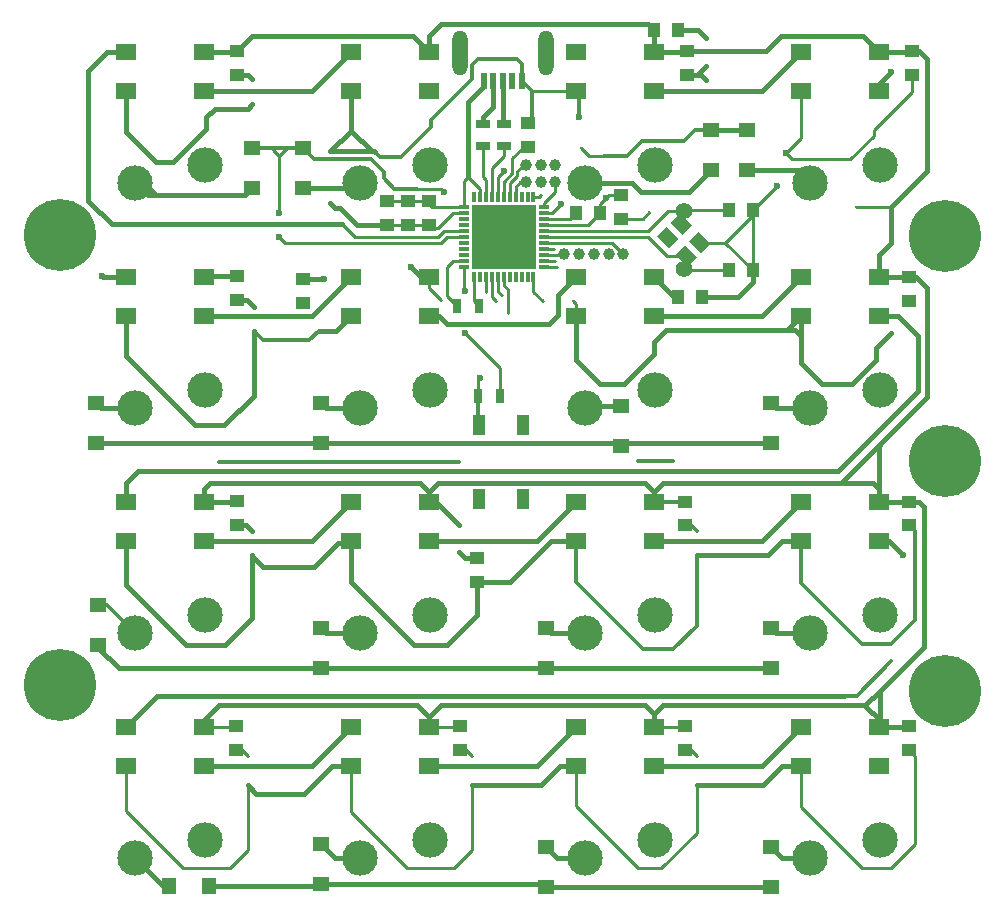
<source format=gbr>
G04 #@! TF.FileFunction,Copper,L2,Bot,Signal*
%FSLAX46Y46*%
G04 Gerber Fmt 4.6, Leading zero omitted, Abs format (unit mm)*
G04 Created by KiCad (PCBNEW 4.0.5) date 02/28/17 13:31:52*
%MOMM*%
%LPD*%
G01*
G04 APERTURE LIST*
%ADD10C,0.100000*%
%ADD11C,1.000000*%
%ADD12C,1.400000*%
%ADD13R,1.400000X1.200000*%
%ADD14R,1.200000X1.400000*%
%ADD15R,1.000000X1.250000*%
%ADD16R,1.250000X1.000000*%
%ADD17R,0.500000X1.400000*%
%ADD18O,1.300000X3.800000*%
%ADD19O,3.000000X3.000000*%
%ADD20R,0.700000X1.300000*%
%ADD21R,1.300000X0.700000*%
%ADD22R,1.000000X1.700000*%
%ADD23R,1.800000X1.400000*%
%ADD24R,0.300000X0.950000*%
%ADD25R,0.950000X0.300000*%
%ADD26R,5.400000X5.400000*%
%ADD27C,6.100000*%
%ADD28C,0.600000*%
%ADD29C,0.300000*%
%ADD30C,0.210000*%
%ADD31C,0.250000*%
%ADD32C,0.300000*%
%ADD33C,0.400000*%
G04 APERTURE END LIST*
D10*
D11*
X83393750Y-54093750D03*
X84643750Y-54093750D03*
X85893750Y-54093750D03*
X82143750Y-54093750D03*
X80893750Y-54093750D03*
D12*
X91025750Y-50475750D03*
X91025750Y-55375750D03*
D13*
X54449750Y-48529750D03*
X54449750Y-45129750D03*
X41241750Y-66719750D03*
X41241750Y-70119750D03*
X41443750Y-83793750D03*
X41443750Y-87193750D03*
D14*
X47393750Y-107593750D03*
X50793750Y-107593750D03*
D13*
X58767750Y-48529750D03*
X58767750Y-45129750D03*
X60291750Y-66719750D03*
X60291750Y-70119750D03*
X60291750Y-85769750D03*
X60291750Y-89169750D03*
X60291750Y-104057750D03*
X60291750Y-107457750D03*
X93311750Y-47005750D03*
X93311750Y-43605750D03*
X85691750Y-66973750D03*
X85691750Y-70373750D03*
X79341750Y-85769750D03*
X79341750Y-89169750D03*
X79341750Y-104311750D03*
X79341750Y-107711750D03*
X96359750Y-47005750D03*
X96359750Y-43605750D03*
X98391750Y-66719750D03*
X98391750Y-70119750D03*
X98391750Y-85769750D03*
X98391750Y-89169750D03*
X98391750Y-104311750D03*
X98391750Y-107711750D03*
D15*
X94851750Y-50385750D03*
X96851750Y-50385750D03*
X94851750Y-55465750D03*
X96851750Y-55465750D03*
D16*
X69435750Y-49639750D03*
X69435750Y-51639750D03*
D15*
X81897750Y-50639750D03*
X83897750Y-50639750D03*
D16*
X67657750Y-49639750D03*
X67657750Y-51639750D03*
X65879750Y-49639750D03*
X65879750Y-51639750D03*
X85691750Y-51131750D03*
X85691750Y-49131750D03*
X53179750Y-38939750D03*
X53179750Y-36939750D03*
D15*
X90501750Y-35145750D03*
X88501750Y-35145750D03*
D16*
X91279750Y-38939750D03*
X91279750Y-36939750D03*
X110329750Y-38939750D03*
X110329750Y-36939750D03*
X53179750Y-57989750D03*
X53179750Y-55989750D03*
X58767750Y-58243750D03*
X58767750Y-56243750D03*
D15*
X92533750Y-57751750D03*
X90533750Y-57751750D03*
D16*
X110093750Y-58093750D03*
X110093750Y-56093750D03*
X53179750Y-77039750D03*
X53179750Y-75039750D03*
X73499750Y-81865750D03*
X73499750Y-79865750D03*
X91093750Y-77093750D03*
X91093750Y-75093750D03*
X110093750Y-77093750D03*
X110093750Y-75093750D03*
X53093750Y-94093750D03*
X53093750Y-96093750D03*
X72093750Y-94093750D03*
X72093750Y-96093750D03*
X91093750Y-94093750D03*
X91093750Y-96093750D03*
X110093750Y-94093750D03*
X110093750Y-96093750D03*
X77817750Y-45035750D03*
X77817750Y-43035750D03*
D17*
X74093750Y-39453750D03*
X74893750Y-39453750D03*
X75693750Y-39453750D03*
X76493750Y-39453750D03*
X77293750Y-39453750D03*
D18*
X72043750Y-37053750D03*
X79343750Y-37053750D03*
D19*
X50488750Y-46543750D03*
X44563750Y-48063750D03*
X50488750Y-65593750D03*
X44563750Y-67113750D03*
X50488750Y-84643750D03*
X44563750Y-86163750D03*
X50488750Y-103693750D03*
X44563750Y-105213750D03*
X69538750Y-46543750D03*
X63613750Y-48063750D03*
X69538750Y-65593750D03*
X63613750Y-67113750D03*
X69538750Y-84643750D03*
X63613750Y-86163750D03*
X69538750Y-103693750D03*
X63613750Y-105213750D03*
X88588750Y-46543750D03*
X82663750Y-48063750D03*
X88588750Y-65593750D03*
X82663750Y-67113750D03*
X88588750Y-84643750D03*
X82663750Y-86163750D03*
X88588750Y-103693750D03*
X82663750Y-105213750D03*
X107638750Y-46543750D03*
X101713750Y-48063750D03*
X107638750Y-65593750D03*
X101713750Y-67113750D03*
X107638750Y-84643750D03*
X101713750Y-86163750D03*
X107638750Y-103693750D03*
X101713750Y-105213750D03*
D20*
X73565750Y-66133750D03*
X75465750Y-66133750D03*
X71787750Y-58513750D03*
X73687750Y-58513750D03*
D21*
X74007750Y-44985750D03*
X74007750Y-43085750D03*
X75785750Y-44985750D03*
X75785750Y-43085750D03*
D22*
X77431750Y-74871750D03*
X77431750Y-68571750D03*
X73631750Y-74871750D03*
X73631750Y-68571750D03*
D23*
X107533750Y-94125000D03*
X107533750Y-97425000D03*
X100933750Y-97425000D03*
X100933750Y-94125000D03*
X88483750Y-94125000D03*
X88483750Y-97425000D03*
X81883750Y-97425000D03*
X81883750Y-94125000D03*
X69433750Y-94125000D03*
X69433750Y-97425000D03*
X62833750Y-97425000D03*
X62833750Y-94125000D03*
X50383750Y-94125000D03*
X50383750Y-97425000D03*
X43783750Y-97425000D03*
X43783750Y-94125000D03*
X107533750Y-75080000D03*
X107533750Y-78380000D03*
X100933750Y-78380000D03*
X100933750Y-75080000D03*
X88483750Y-75080000D03*
X88483750Y-78380000D03*
X81883750Y-78380000D03*
X81883750Y-75080000D03*
X69433750Y-75080000D03*
X69433750Y-78380000D03*
X62833750Y-78380000D03*
X62833750Y-75080000D03*
X50383750Y-75080000D03*
X50383750Y-78380000D03*
X43783750Y-78380000D03*
X43783750Y-75080000D03*
X107533750Y-56040000D03*
X107533750Y-59340000D03*
X100933750Y-59340000D03*
X100933750Y-56040000D03*
X88483750Y-56040000D03*
X88483750Y-59340000D03*
X81883750Y-59340000D03*
X81883750Y-56040000D03*
X69433750Y-56040000D03*
X69433750Y-59340000D03*
X62833750Y-59340000D03*
X62833750Y-56040000D03*
X50383750Y-56040000D03*
X50383750Y-59340000D03*
X43783750Y-59340000D03*
X43783750Y-56040000D03*
X107533750Y-36980000D03*
X107533750Y-40280000D03*
X100933750Y-40280000D03*
X100933750Y-36980000D03*
X88483750Y-36980000D03*
X88483750Y-40280000D03*
X81883750Y-40280000D03*
X81883750Y-36980000D03*
X69433750Y-36980000D03*
X69433750Y-40280000D03*
X62833750Y-40280000D03*
X62833750Y-36980000D03*
X50383750Y-36980000D03*
X50383750Y-40280000D03*
X43783750Y-40280000D03*
X43783750Y-36980000D03*
D24*
X73285750Y-49271750D03*
X73785750Y-49271750D03*
X74285750Y-49271750D03*
X74785750Y-49271750D03*
X75285750Y-49271750D03*
X75785750Y-49271750D03*
X76285750Y-49271750D03*
X76785750Y-49271750D03*
X77285750Y-49271750D03*
X77785750Y-49271750D03*
X78285750Y-49271750D03*
D25*
X79185750Y-50171750D03*
X79185750Y-50671750D03*
X79185750Y-51171750D03*
X79185750Y-51671750D03*
X79185750Y-52171750D03*
X79185750Y-52671750D03*
X79185750Y-53171750D03*
X79185750Y-53671750D03*
X79185750Y-54171750D03*
X79185750Y-54671750D03*
X79185750Y-55171750D03*
D24*
X78285750Y-56071750D03*
X77785750Y-56071750D03*
X77285750Y-56071750D03*
X76785750Y-56071750D03*
X76285750Y-56071750D03*
X75785750Y-56071750D03*
X75285750Y-56071750D03*
X74785750Y-56071750D03*
X74285750Y-56071750D03*
X73785750Y-56071750D03*
X73285750Y-56071750D03*
D25*
X72385750Y-55171750D03*
X72385750Y-54671750D03*
X72385750Y-54171750D03*
X72385750Y-53671750D03*
X72385750Y-53171750D03*
X72385750Y-52671750D03*
X72385750Y-52171750D03*
X72385750Y-51671750D03*
X72385750Y-51171750D03*
X72385750Y-50671750D03*
X72385750Y-50171750D03*
D26*
X75785750Y-52671750D03*
D10*
G36*
X89912057Y-51493859D02*
X90725230Y-50680686D01*
X91715179Y-51670635D01*
X90902006Y-52483808D01*
X89912057Y-51493859D01*
X89912057Y-51493859D01*
G37*
G36*
X90336321Y-54180865D02*
X91149494Y-53367692D01*
X92139443Y-54357641D01*
X91326270Y-55170814D01*
X90336321Y-54180865D01*
X90336321Y-54180865D01*
G37*
G36*
X91467692Y-53049494D02*
X92280865Y-52236321D01*
X93270814Y-53226270D01*
X92457641Y-54039443D01*
X91467692Y-53049494D01*
X91467692Y-53049494D01*
G37*
G36*
X88780686Y-52625230D02*
X89593859Y-51812057D01*
X90583808Y-52802006D01*
X89770635Y-53615179D01*
X88780686Y-52625230D01*
X88780686Y-52625230D01*
G37*
D11*
X77643750Y-48043750D03*
X77643750Y-46543750D03*
X78893750Y-48043750D03*
X78893750Y-46543750D03*
X80143750Y-48043750D03*
X80143750Y-46543750D03*
D27*
X38193750Y-52481250D03*
X38193750Y-90581250D03*
X113093750Y-71593750D03*
X113093750Y-52593750D03*
X113093750Y-91093750D03*
D28*
X82135750Y-42511750D03*
D29*
X108551750Y-60799750D03*
X107093750Y-44093750D03*
X61093750Y-45393750D03*
X61093750Y-49793750D03*
X54493750Y-41393750D03*
X54493750Y-39293750D03*
X92893750Y-39393750D03*
X92893750Y-38193750D03*
X92893750Y-35793750D03*
X81593750Y-58093750D03*
X79093750Y-58093750D03*
X54593750Y-58593750D03*
X54593750Y-60593750D03*
X54449750Y-77563750D03*
X54449750Y-79595750D03*
X92549750Y-57751750D03*
X91279750Y-60545750D03*
D28*
X58767750Y-58243750D03*
X62577750Y-59275750D03*
D29*
X92093750Y-77593750D03*
X92093750Y-79593750D03*
X54093750Y-96593750D03*
X54093750Y-99093750D03*
X73093750Y-96593750D03*
X73093750Y-99093750D03*
X92093750Y-96593750D03*
X92093750Y-99093750D03*
D28*
X84421750Y-49369750D03*
X75785750Y-47083750D03*
X98899750Y-48353750D03*
X99661750Y-45559750D03*
D29*
X88593750Y-55593750D03*
X71975750Y-77055750D03*
X71975750Y-79341750D03*
X70451750Y-58005750D03*
D28*
X67911750Y-55211750D03*
X60545750Y-56227750D03*
D29*
X105593750Y-50093750D03*
X88093750Y-50593750D03*
D28*
X72483750Y-57243750D03*
X72483750Y-60799750D03*
D30*
X82293750Y-45093750D03*
D28*
X56735750Y-50639750D03*
X56735750Y-52671750D03*
X70705750Y-48861750D03*
D29*
X51655750Y-71721750D03*
X71975750Y-71721750D03*
X75093750Y-58093750D03*
X74293750Y-57293750D03*
X76093750Y-59093750D03*
X90093750Y-71593750D03*
X87093750Y-71593750D03*
X75593750Y-57593750D03*
D28*
X69433750Y-40280000D03*
X81627750Y-36923750D03*
X108551750Y-38701750D03*
X41749750Y-55973750D03*
D29*
X108593750Y-88593750D03*
D28*
X109567750Y-79595750D03*
X80611750Y-49877750D03*
X73753750Y-64609750D03*
D30*
X77285750Y-49271750D03*
X78793750Y-46593750D03*
X77785750Y-49271750D03*
X78893750Y-47993750D03*
X80093750Y-46593750D03*
X78893750Y-49093750D03*
X83393750Y-54293750D03*
X80293750Y-55193750D03*
X84593750Y-54093750D03*
X79993750Y-53693750D03*
X82093750Y-54093750D03*
X80093750Y-54693750D03*
D31*
X94851750Y-50385750D02*
X91115750Y-50385750D01*
X91115750Y-50385750D02*
X91025750Y-50475750D01*
X79185750Y-52171750D02*
X87969750Y-52171750D01*
X87969750Y-52171750D02*
X89665750Y-50475750D01*
X91025750Y-50475750D02*
X89665750Y-50475750D01*
X90813618Y-51582247D02*
X90813618Y-50687882D01*
X90813618Y-50687882D02*
X91025750Y-50475750D01*
D32*
X78120000Y-40280000D02*
X78120000Y-42733500D01*
X78120000Y-42733500D02*
X77817750Y-43035750D01*
X82135750Y-42511750D02*
X82135750Y-40532000D01*
X82135750Y-40532000D02*
X81883750Y-40280000D01*
D33*
X64693750Y-45393750D02*
X64573750Y-45393750D01*
X64573750Y-45393750D02*
X62833750Y-43653750D01*
X61093750Y-45393750D02*
X64693750Y-45393750D01*
X64693750Y-45393750D02*
X64793750Y-45393750D01*
X64793750Y-45393750D02*
X64893750Y-45493750D01*
D32*
X71593750Y-40793750D02*
X71793750Y-40593750D01*
X71193750Y-41193750D02*
X71593750Y-40793750D01*
X69593750Y-42793750D02*
X71193750Y-41193750D01*
X69593750Y-43393750D02*
X69593750Y-42793750D01*
X67093750Y-45893750D02*
X69593750Y-43393750D01*
X65293750Y-45893750D02*
X67093750Y-45893750D01*
X64893750Y-45493750D02*
X65293750Y-45893750D01*
D33*
X61093750Y-45393750D02*
X62833750Y-43653750D01*
X60343750Y-79943750D02*
X61693750Y-78593750D01*
X61693750Y-78593750D02*
X62620000Y-78593750D01*
X62620000Y-78593750D02*
X62833750Y-78380000D01*
X54449750Y-79595750D02*
X54449750Y-79649750D01*
X59693750Y-80593750D02*
X60343750Y-79943750D01*
X60343750Y-79943750D02*
X60691750Y-79595750D01*
X55393750Y-80593750D02*
X59693750Y-80593750D01*
X54449750Y-79649750D02*
X55393750Y-80593750D01*
X54093750Y-99093750D02*
X54793750Y-99793750D01*
X59893750Y-98793750D02*
X59893750Y-98789750D01*
X58893750Y-99793750D02*
X59893750Y-98793750D01*
X54793750Y-99793750D02*
X58893750Y-99793750D01*
D32*
X77293750Y-39453750D02*
X77293750Y-37993750D01*
X73093750Y-39293750D02*
X71793750Y-40593750D01*
X73093750Y-38093750D02*
X73093750Y-39293750D01*
X73593750Y-37593750D02*
X73093750Y-38093750D01*
X76893750Y-37593750D02*
X73593750Y-37593750D01*
X77293750Y-37993750D02*
X76893750Y-37593750D01*
X54593750Y-60593750D02*
X55393750Y-61393750D01*
X59293750Y-61393750D02*
X60093750Y-60593750D01*
X55393750Y-61393750D02*
X59293750Y-61393750D01*
D33*
X100933750Y-61055750D02*
X100933750Y-63341750D01*
X102709750Y-65117750D02*
X100933750Y-63341750D01*
X105249750Y-65117750D02*
X102709750Y-65117750D01*
X107281750Y-63085750D02*
X105249750Y-65117750D01*
X107281750Y-62069750D02*
X107281750Y-63085750D01*
X108551750Y-60799750D02*
X107281750Y-62069750D01*
D32*
X71793750Y-40593750D02*
X72093750Y-40293750D01*
X72093750Y-37103750D02*
X72043750Y-37053750D01*
D33*
X77293750Y-39453750D02*
X77293750Y-39103750D01*
X65879750Y-51639750D02*
X63339750Y-51639750D01*
X62833750Y-43653750D02*
X62833750Y-40280000D01*
X61493750Y-50193750D02*
X61093750Y-49793750D01*
X61893750Y-50193750D02*
X61493750Y-50193750D01*
X63339750Y-51639750D02*
X61893750Y-50193750D01*
X43783750Y-40280000D02*
X43783750Y-43783750D01*
X54093750Y-41793750D02*
X54493750Y-41393750D01*
X51293750Y-41793750D02*
X54093750Y-41793750D01*
X50593750Y-42493750D02*
X51293750Y-41793750D01*
X50593750Y-43493750D02*
X50593750Y-42493750D01*
X47793750Y-46293750D02*
X50593750Y-43493750D01*
X46293750Y-46293750D02*
X47793750Y-46293750D01*
X43783750Y-43783750D02*
X46293750Y-46293750D01*
X53179750Y-38939750D02*
X54139750Y-38939750D01*
X54139750Y-38939750D02*
X54493750Y-39293750D01*
X62807500Y-40280000D02*
X62833750Y-40280000D01*
X91279750Y-38939750D02*
X92439750Y-38939750D01*
X92439750Y-38939750D02*
X92893750Y-39393750D01*
X90501750Y-35145750D02*
X92245750Y-35145750D01*
X92147750Y-38939750D02*
X91279750Y-38939750D01*
X92893750Y-38193750D02*
X92147750Y-38939750D01*
X92245750Y-35145750D02*
X92893750Y-35793750D01*
D31*
X78285750Y-56071750D02*
X78285750Y-57285750D01*
X81883750Y-58383750D02*
X81883750Y-59340000D01*
X81593750Y-58093750D02*
X81883750Y-58383750D01*
X78285750Y-57285750D02*
X79093750Y-58093750D01*
D33*
X60093750Y-60593750D02*
X61580000Y-60593750D01*
X61580000Y-60593750D02*
X62833750Y-59340000D01*
X43783750Y-59340000D02*
X43783750Y-62783750D01*
X53989750Y-57989750D02*
X53179750Y-57989750D01*
X54593750Y-58593750D02*
X53989750Y-57989750D01*
X54593750Y-66093750D02*
X54593750Y-60593750D01*
X52093750Y-68593750D02*
X54593750Y-66093750D01*
X49593750Y-68593750D02*
X52093750Y-68593750D01*
X43783750Y-62783750D02*
X49593750Y-68593750D01*
X100933750Y-78380000D02*
X99353500Y-78380000D01*
X99353500Y-78380000D02*
X98139750Y-79593750D01*
X62833750Y-78380000D02*
X62833750Y-81883750D01*
X73499750Y-84675750D02*
X73499750Y-81865750D01*
X70959750Y-87215750D02*
X73499750Y-84675750D01*
X68165750Y-87215750D02*
X70959750Y-87215750D01*
X62833750Y-81883750D02*
X68165750Y-87215750D01*
X73499750Y-81865750D02*
X76309750Y-81865750D01*
X76309750Y-81865750D02*
X79795500Y-78380000D01*
X79795500Y-78380000D02*
X81883750Y-78380000D01*
X43783750Y-78380000D02*
X43783750Y-82137750D01*
X43783750Y-82137750D02*
X48861750Y-87215750D01*
X48861750Y-87215750D02*
X52163750Y-87215750D01*
X52163750Y-87215750D02*
X54449750Y-84929750D01*
X54449750Y-84929750D02*
X54449750Y-79595750D01*
X53925750Y-77039750D02*
X53179750Y-77039750D01*
X54449750Y-77563750D02*
X53925750Y-77039750D01*
X61258500Y-97425000D02*
X62833750Y-97425000D01*
X59893750Y-98789750D02*
X61258500Y-97425000D01*
X73093750Y-99093750D02*
X78893750Y-99093750D01*
X80562500Y-97425000D02*
X81883750Y-97425000D01*
X78893750Y-99093750D02*
X80562500Y-97425000D01*
X92093750Y-99093750D02*
X97689750Y-99093750D01*
X99358500Y-97425000D02*
X100933750Y-97425000D01*
X97689750Y-99093750D02*
X99358500Y-97425000D01*
X92093750Y-79593750D02*
X98139750Y-79593750D01*
X99153750Y-60545750D02*
X100423750Y-60545750D01*
X100423750Y-60545750D02*
X100933750Y-61055750D01*
X100933750Y-59340000D02*
X100933750Y-61055750D01*
X91279750Y-60545750D02*
X99153750Y-60545750D01*
X99153750Y-60545750D02*
X99728000Y-60545750D01*
X99728000Y-60545750D02*
X100933750Y-59340000D01*
X81883750Y-59340000D02*
X81883750Y-63087750D01*
X92549750Y-57751750D02*
X92533750Y-57751750D01*
X89501750Y-60545750D02*
X91279750Y-60545750D01*
X88485750Y-61561750D02*
X89501750Y-60545750D01*
X88485750Y-62577750D02*
X88485750Y-61561750D01*
X85945750Y-65117750D02*
X88485750Y-62577750D01*
X83913750Y-65117750D02*
X85945750Y-65117750D01*
X81883750Y-63087750D02*
X83913750Y-65117750D01*
X92533750Y-57751750D02*
X95597750Y-57751750D01*
X96851750Y-56497750D02*
X96851750Y-55465750D01*
X95597750Y-57751750D02*
X96851750Y-56497750D01*
X62642000Y-59340000D02*
X62577750Y-59275750D01*
X62642000Y-59340000D02*
X62833750Y-59340000D01*
D32*
X81883750Y-78380000D02*
X81883750Y-81883750D01*
X92093750Y-77593750D02*
X91593750Y-77093750D01*
X92093750Y-85593750D02*
X92093750Y-79593750D01*
X90093750Y-87593750D02*
X92093750Y-85593750D01*
X87593750Y-87593750D02*
X90093750Y-87593750D01*
X81883750Y-81883750D02*
X87593750Y-87593750D01*
X91593750Y-77093750D02*
X91093750Y-77093750D01*
X100933750Y-78380000D02*
X100933750Y-80613750D01*
X100933750Y-80613750D02*
X100933750Y-81933750D01*
X110593750Y-85093750D02*
X110593750Y-77593750D01*
X108593750Y-87093750D02*
X110593750Y-85093750D01*
X106093750Y-87093750D02*
X108593750Y-87093750D01*
X100933750Y-81933750D02*
X106093750Y-87093750D01*
X110593750Y-77593750D02*
X110093750Y-77093750D01*
D31*
X43783750Y-97425000D02*
X43783750Y-101283750D01*
X54093750Y-96593750D02*
X53593750Y-96093750D01*
X54093750Y-104593750D02*
X54093750Y-99093750D01*
X52593750Y-106093750D02*
X54093750Y-104593750D01*
X48593750Y-106093750D02*
X52593750Y-106093750D01*
X43783750Y-101283750D02*
X48593750Y-106093750D01*
X53593750Y-96093750D02*
X53093750Y-96093750D01*
X62833750Y-97425000D02*
X62833750Y-101333750D01*
X62833750Y-101333750D02*
X67593750Y-106093750D01*
X67593750Y-106093750D02*
X71593750Y-106093750D01*
X71593750Y-106093750D02*
X73093750Y-104593750D01*
X73093750Y-104593750D02*
X73093750Y-99093750D01*
X73093750Y-96593750D02*
X72593750Y-96093750D01*
X72593750Y-96093750D02*
X72093750Y-96093750D01*
X81883750Y-97425000D02*
X81883750Y-100883750D01*
X81883750Y-100883750D02*
X87093750Y-106093750D01*
X87093750Y-106093750D02*
X89093750Y-106093750D01*
X89093750Y-106093750D02*
X92093750Y-103093750D01*
X92093750Y-103093750D02*
X92093750Y-99093750D01*
X92093750Y-96593750D02*
X91593750Y-96093750D01*
X91593750Y-96093750D02*
X91093750Y-96093750D01*
X100933750Y-97425000D02*
X100933750Y-100933750D01*
X100933750Y-100933750D02*
X106093750Y-106093750D01*
X106093750Y-106093750D02*
X108593750Y-106093750D01*
X108593750Y-106093750D02*
X110593750Y-104093750D01*
X110593750Y-104093750D02*
X110593750Y-96593750D01*
X110593750Y-96593750D02*
X110093750Y-96093750D01*
X110329750Y-38939750D02*
X110329750Y-40357750D01*
X110329750Y-40357750D02*
X107093750Y-43593750D01*
X107093750Y-43593750D02*
X107093750Y-44093750D01*
X100195750Y-46093750D02*
X99661750Y-45559750D01*
X107093750Y-44093750D02*
X105093750Y-46093750D01*
X105093750Y-46093750D02*
X100195750Y-46093750D01*
X85691750Y-49131750D02*
X84659750Y-49131750D01*
X84659750Y-49131750D02*
X84421750Y-49369750D01*
X65879750Y-51639750D02*
X67657750Y-51639750D01*
X67657750Y-51639750D02*
X69435750Y-51639750D01*
X83897750Y-49893750D02*
X83897750Y-50639750D01*
X84421750Y-49369750D02*
X83897750Y-49893750D01*
X79185750Y-51671750D02*
X82865750Y-51671750D01*
X82865750Y-51671750D02*
X83897750Y-50639750D01*
X69435750Y-51893750D02*
X70213750Y-51893750D01*
X71435750Y-50671750D02*
X72385750Y-50671750D01*
X70213750Y-51893750D02*
X71435750Y-50671750D01*
X75285750Y-47583750D02*
X75785750Y-47083750D01*
X75285750Y-49271750D02*
X75285750Y-47583750D01*
X77817750Y-39977750D02*
X77293750Y-39453750D01*
X72385750Y-54671750D02*
X71499750Y-54671750D01*
X70959750Y-57685750D02*
X71787750Y-58513750D01*
X70959750Y-55211750D02*
X70959750Y-57685750D01*
X71499750Y-54671750D02*
X70959750Y-55211750D01*
X81883750Y-40280000D02*
X78120000Y-40280000D01*
X78120000Y-40280000D02*
X77293750Y-39453750D01*
X100933750Y-40280000D02*
X100933750Y-44287750D01*
X98899750Y-48353750D02*
X96867750Y-50385750D01*
X100933750Y-44287750D02*
X99661750Y-45559750D01*
X96867750Y-50385750D02*
X96851750Y-50385750D01*
X96851750Y-50385750D02*
X96851750Y-55465750D01*
X92369253Y-53137882D02*
X94523882Y-53137882D01*
X94523882Y-53137882D02*
X96851750Y-50810014D01*
X96851750Y-50810014D02*
X96851750Y-50385750D01*
X94523882Y-53137882D02*
X96851750Y-55465750D01*
X94851750Y-55465750D02*
X91115750Y-55465750D01*
X91115750Y-55465750D02*
X91025750Y-55375750D01*
X91237882Y-54269253D02*
X89575253Y-54269253D01*
X87977750Y-52671750D02*
X79185750Y-52671750D01*
X89575253Y-54269253D02*
X87977750Y-52671750D01*
X91237882Y-54269253D02*
X91237882Y-55163618D01*
X91237882Y-55163618D02*
X91025750Y-55375750D01*
D33*
X106391750Y-92295750D02*
X106391750Y-92391750D01*
X106391750Y-92391750D02*
X107593750Y-93593750D01*
X107593750Y-93593750D02*
X107533750Y-94125000D01*
X107593750Y-91593750D02*
X107593750Y-94065000D01*
X107593750Y-94065000D02*
X107533750Y-94125000D01*
X106093750Y-92295750D02*
X106391750Y-92295750D01*
X106391750Y-92295750D02*
X107593750Y-91093750D01*
X111345750Y-86093750D02*
X111345750Y-87341750D01*
X111345750Y-87341750D02*
X107593750Y-91093750D01*
X107593750Y-91093750D02*
X107593750Y-91593750D01*
X107593750Y-91593750D02*
X107593750Y-92093750D01*
X107533750Y-75080000D02*
X107533750Y-70253750D01*
X107593750Y-70293750D02*
X107593750Y-70193750D01*
X107573750Y-70293750D02*
X107593750Y-70293750D01*
X107533750Y-70253750D02*
X107573750Y-70293750D01*
X103943750Y-73499750D02*
X104287750Y-73499750D01*
X104287750Y-73499750D02*
X107593750Y-70193750D01*
X107593750Y-70193750D02*
X111599750Y-66187750D01*
X91279750Y-36939750D02*
X97947750Y-36939750D01*
X97947750Y-36939750D02*
X99233750Y-35653750D01*
D31*
X85691750Y-51131750D02*
X87555750Y-51131750D01*
X87555750Y-51131750D02*
X88093750Y-50593750D01*
X88593750Y-55593750D02*
X88483750Y-55703750D01*
X88483750Y-55703750D02*
X88483750Y-56040000D01*
D33*
X107533750Y-94125000D02*
X110062500Y-94125000D01*
X110062500Y-94125000D02*
X110093750Y-94093750D01*
X107533750Y-94125000D02*
X107533750Y-93563750D01*
X110093750Y-75093750D02*
X110907750Y-75093750D01*
X111345750Y-75531750D02*
X111345750Y-86093750D01*
X110907750Y-75093750D02*
X111345750Y-75531750D01*
X107533750Y-75080000D02*
X110080000Y-75080000D01*
X110080000Y-75080000D02*
X110093750Y-75093750D01*
X110093750Y-56093750D02*
X110703750Y-56093750D01*
X110703750Y-56093750D02*
X111599750Y-56989750D01*
X111599750Y-56989750D02*
X111599750Y-66187750D01*
X107533750Y-56040000D02*
X110040000Y-56040000D01*
X110040000Y-56040000D02*
X110093750Y-56093750D01*
X108593750Y-50093750D02*
X108593750Y-53137750D01*
X107533750Y-54197750D02*
X107533750Y-56040000D01*
X108593750Y-53137750D02*
X107533750Y-54197750D01*
X110329750Y-36939750D02*
X110939750Y-36939750D01*
X110939750Y-36939750D02*
X111593750Y-37593750D01*
X111593750Y-37593750D02*
X111593750Y-47093750D01*
X111593750Y-47093750D02*
X108593750Y-50093750D01*
X88483750Y-75080000D02*
X88483750Y-74263750D01*
X107533750Y-74005750D02*
X107533750Y-75080000D01*
X107027750Y-73499750D02*
X107533750Y-74005750D01*
X89247750Y-73499750D02*
X103943750Y-73499750D01*
X103943750Y-73499750D02*
X106519750Y-73499750D01*
X106519750Y-73499750D02*
X107027750Y-73499750D01*
X88483750Y-74263750D02*
X89247750Y-73499750D01*
X69433750Y-74259750D02*
X69437750Y-74259750D01*
X88483750Y-74259750D02*
X88483750Y-75080000D01*
X87723750Y-73499750D02*
X88483750Y-74259750D01*
X70197750Y-73499750D02*
X87723750Y-73499750D01*
X69437750Y-74259750D02*
X70197750Y-73499750D01*
X50383750Y-75080000D02*
X50383750Y-74009750D01*
X69433750Y-74259750D02*
X69433750Y-75080000D01*
X68673750Y-73499750D02*
X69433750Y-74259750D01*
X50893750Y-73499750D02*
X68673750Y-73499750D01*
X50383750Y-74009750D02*
X50893750Y-73499750D01*
X88483750Y-94125000D02*
X88483750Y-93059750D01*
X89247750Y-92295750D02*
X106093750Y-92295750D01*
X106093750Y-92295750D02*
X106265750Y-92295750D01*
X88483750Y-93059750D02*
X89247750Y-92295750D01*
X69433750Y-94125000D02*
X69433750Y-93313750D01*
X88483750Y-93055750D02*
X88483750Y-94125000D01*
X87723750Y-92295750D02*
X88483750Y-93055750D01*
X70451750Y-92295750D02*
X87723750Y-92295750D01*
X69433750Y-93313750D02*
X70451750Y-92295750D01*
X50383750Y-94125000D02*
X50383750Y-93567750D01*
X50383750Y-93567750D02*
X51655750Y-92295750D01*
X69433750Y-93309750D02*
X69433750Y-94125000D01*
X68419750Y-92295750D02*
X69433750Y-93309750D01*
X51655750Y-92295750D02*
X68419750Y-92295750D01*
X73499750Y-79865750D02*
X72499750Y-79865750D01*
X71975750Y-77055750D02*
X70000000Y-75080000D01*
X72499750Y-79865750D02*
X71975750Y-79341750D01*
X70000000Y-75080000D02*
X69433750Y-75080000D01*
X90533750Y-57751750D02*
X90195500Y-57751750D01*
X90195500Y-57751750D02*
X88483750Y-56040000D01*
D31*
X69433750Y-56987750D02*
X69433750Y-56040000D01*
X70451750Y-58005750D02*
X69433750Y-56987750D01*
D33*
X69433750Y-56040000D02*
X68740000Y-56040000D01*
X68740000Y-56040000D02*
X67911750Y-55211750D01*
X60545750Y-56227750D02*
X60529750Y-56243750D01*
X60529750Y-56243750D02*
X58767750Y-56243750D01*
X50383750Y-75080000D02*
X53139500Y-75080000D01*
X53139500Y-75080000D02*
X53179750Y-75039750D01*
X53179750Y-55989750D02*
X50434000Y-55989750D01*
X50434000Y-55989750D02*
X50383750Y-56040000D01*
D32*
X91093750Y-75093750D02*
X88497500Y-75093750D01*
X88497500Y-75093750D02*
X88483750Y-75080000D01*
D31*
X50383750Y-94125000D02*
X53062500Y-94125000D01*
X53062500Y-94125000D02*
X53093750Y-94093750D01*
X69433750Y-94125000D02*
X72062500Y-94125000D01*
X72062500Y-94125000D02*
X72093750Y-94093750D01*
X88483750Y-94125000D02*
X91062500Y-94125000D01*
X91062500Y-94125000D02*
X91093750Y-94093750D01*
X110093750Y-94093750D02*
X107565000Y-94093750D01*
X107565000Y-94093750D02*
X107533750Y-94125000D01*
X110093750Y-75093750D02*
X110593750Y-75093750D01*
X110080000Y-75080000D02*
X110093750Y-75093750D01*
X110040000Y-56040000D02*
X110093750Y-56093750D01*
X111593750Y-37593750D02*
X110939750Y-36939750D01*
X111593750Y-47093750D02*
X111593750Y-37593750D01*
X108593750Y-50093750D02*
X111593750Y-47093750D01*
X105593750Y-50093750D02*
X108593750Y-50093750D01*
X69435750Y-49639750D02*
X67657750Y-49639750D01*
X67657750Y-49639750D02*
X65879750Y-49639750D01*
X79185750Y-51171750D02*
X81365750Y-51171750D01*
X81365750Y-51171750D02*
X81897750Y-50639750D01*
X72385750Y-50171750D02*
X69713750Y-50171750D01*
X69713750Y-50171750D02*
X69435750Y-49893750D01*
X75465750Y-66133750D02*
X75465750Y-63781750D01*
X72385750Y-57145750D02*
X72385750Y-55171750D01*
X72483750Y-57243750D02*
X72385750Y-57145750D01*
X75465750Y-63781750D02*
X72483750Y-60799750D01*
D33*
X91279750Y-36939750D02*
X91279750Y-36923750D01*
X106207500Y-35653750D02*
X107533750Y-36980000D01*
X99233750Y-35653750D02*
X106207500Y-35653750D01*
X88483750Y-36980000D02*
X91239500Y-36980000D01*
X91239500Y-36980000D02*
X91279750Y-36939750D01*
X88501750Y-35145750D02*
X88501750Y-36962000D01*
X88501750Y-36962000D02*
X88483750Y-36980000D01*
X87469750Y-34637750D02*
X87993750Y-34637750D01*
X69433750Y-35655750D02*
X70451750Y-34637750D01*
X70451750Y-34637750D02*
X87469750Y-34637750D01*
X69433750Y-36980000D02*
X69433750Y-35655750D01*
X87993750Y-34637750D02*
X88501750Y-35145750D01*
X50383750Y-36980000D02*
X53139500Y-36980000D01*
X53139500Y-36980000D02*
X54465750Y-35653750D01*
X54465750Y-35653750D02*
X60545750Y-35653750D01*
X60545750Y-35653750D02*
X68107500Y-35653750D01*
X68107500Y-35653750D02*
X69433750Y-36980000D01*
X107533750Y-36980000D02*
X110289500Y-36980000D01*
X110289500Y-36980000D02*
X110329750Y-36939750D01*
D31*
X72385750Y-50171750D02*
X72385750Y-47943750D01*
X72385750Y-47943750D02*
X72737750Y-47591750D01*
X73785750Y-49271750D02*
X73785750Y-48639750D01*
X73785750Y-48639750D02*
X72737750Y-47591750D01*
D33*
X72737750Y-41241750D02*
X72737750Y-47591750D01*
X74093750Y-39885750D02*
X72737750Y-41241750D01*
X74093750Y-39453750D02*
X74093750Y-39885750D01*
D31*
X75785750Y-48493750D02*
X75785750Y-48001750D01*
X76493750Y-45993750D02*
X77451750Y-45035750D01*
X76493750Y-47293750D02*
X76493750Y-45993750D01*
X75785750Y-48001750D02*
X76493750Y-47293750D01*
X77451750Y-45035750D02*
X77817750Y-45035750D01*
X75785750Y-48493750D02*
X75785750Y-49271750D01*
D33*
X46321750Y-49115750D02*
X45615750Y-49115750D01*
X45615750Y-49115750D02*
X44563750Y-48063750D01*
X44563750Y-48063750D02*
X45269750Y-48063750D01*
X45269750Y-48063750D02*
X46321750Y-49115750D01*
X46321750Y-49115750D02*
X53863750Y-49115750D01*
X53863750Y-49115750D02*
X54449750Y-48529750D01*
D31*
X83013750Y-45813750D02*
X84173750Y-45813750D01*
X82293750Y-45093750D02*
X83013750Y-45813750D01*
D32*
X68393750Y-48607750D02*
X66507750Y-48607750D01*
X59693750Y-46093750D02*
X58767750Y-45167750D01*
X61893750Y-46093750D02*
X59693750Y-46093750D01*
X64493750Y-46093750D02*
X61893750Y-46093750D01*
X65593750Y-47193750D02*
X64493750Y-46093750D01*
X65593750Y-47693750D02*
X65593750Y-47193750D01*
X66507750Y-48607750D02*
X65593750Y-47693750D01*
X58767750Y-45167750D02*
X58767750Y-45129750D01*
D31*
X56735750Y-45813750D02*
X56227750Y-45305750D01*
X56735750Y-50639750D02*
X56735750Y-45813750D01*
X56735750Y-45813750D02*
X57419750Y-45129750D01*
X72385750Y-52671750D02*
X70959750Y-52671750D01*
X57243750Y-53179750D02*
X56735750Y-52671750D01*
X70451750Y-53179750D02*
X57243750Y-53179750D01*
X70959750Y-52671750D02*
X70451750Y-53179750D01*
X70705750Y-48861750D02*
X70451750Y-48607750D01*
X70451750Y-48607750D02*
X68393750Y-48607750D01*
D32*
X59197750Y-45559750D02*
X58767750Y-45129750D01*
X58767750Y-45129750D02*
X57419750Y-45129750D01*
X57419750Y-45129750D02*
X54449750Y-45129750D01*
X93311750Y-43605750D02*
X91963750Y-43605750D01*
X91963750Y-43605750D02*
X91025750Y-44543750D01*
X91025750Y-44543750D02*
X87469750Y-44543750D01*
X87469750Y-44543750D02*
X86199750Y-45813750D01*
X86199750Y-45813750D02*
X84293750Y-45813750D01*
D33*
X93311750Y-43605750D02*
X96359750Y-43605750D01*
X44563750Y-67113750D02*
X41635750Y-67113750D01*
X41635750Y-67113750D02*
X41241750Y-66719750D01*
X98391750Y-70119750D02*
X79341750Y-70119750D01*
X79341750Y-70119750D02*
X60291750Y-70119750D01*
X60291750Y-70119750D02*
X41241750Y-70119750D01*
D32*
X41443750Y-83793750D02*
X42193750Y-83793750D01*
X42193750Y-83793750D02*
X44563750Y-86163750D01*
D33*
X41443750Y-87193750D02*
X41443750Y-87443750D01*
X41443750Y-87443750D02*
X43169750Y-89169750D01*
X43169750Y-89169750D02*
X60291750Y-89169750D01*
X60291750Y-89169750D02*
X79341750Y-89169750D01*
X79341750Y-89169750D02*
X98391750Y-89169750D01*
X47393750Y-107593750D02*
X46943750Y-107593750D01*
X46943750Y-107593750D02*
X44563750Y-105213750D01*
X60291750Y-107457750D02*
X79087750Y-107457750D01*
X79087750Y-107457750D02*
X79341750Y-107711750D01*
X50793750Y-107593750D02*
X60155750Y-107593750D01*
X60155750Y-107593750D02*
X60291750Y-107457750D01*
X98391750Y-107711750D02*
X79341750Y-107711750D01*
X79341750Y-107711750D02*
X79087750Y-107457750D01*
X58767750Y-48529750D02*
X63147750Y-48529750D01*
X63147750Y-48529750D02*
X63613750Y-48063750D01*
X63613750Y-67113750D02*
X60685750Y-67113750D01*
X60685750Y-67113750D02*
X60291750Y-66719750D01*
X63613750Y-86163750D02*
X60685750Y-86163750D01*
X60685750Y-86163750D02*
X60291750Y-85769750D01*
X63613750Y-105213750D02*
X61447750Y-105213750D01*
X61447750Y-105213750D02*
X60291750Y-104057750D01*
X82663750Y-48063750D02*
X86598752Y-48063750D01*
X91455750Y-48861750D02*
X93311750Y-47005750D01*
X87396752Y-48861750D02*
X91455750Y-48861750D01*
X86598752Y-48063750D02*
X87396752Y-48861750D01*
X82663750Y-48063750D02*
X83949750Y-48063750D01*
X82663750Y-48063750D02*
X82663750Y-48119750D01*
X85691750Y-66973750D02*
X82803750Y-66973750D01*
X82803750Y-66973750D02*
X82663750Y-67113750D01*
X82663750Y-86163750D02*
X79735750Y-86163750D01*
X79735750Y-86163750D02*
X79341750Y-85769750D01*
X82663750Y-105213750D02*
X80243750Y-105213750D01*
X80243750Y-105213750D02*
X79341750Y-104311750D01*
X96359750Y-47005750D02*
X100655750Y-47005750D01*
X100655750Y-47005750D02*
X101713750Y-48063750D01*
X101713750Y-67113750D02*
X98785750Y-67113750D01*
X98785750Y-67113750D02*
X98391750Y-66719750D01*
X101713750Y-86163750D02*
X98785750Y-86163750D01*
X98785750Y-86163750D02*
X98391750Y-85769750D01*
X101713750Y-105213750D02*
X99293750Y-105213750D01*
X99293750Y-105213750D02*
X98391750Y-104311750D01*
X74007750Y-43085750D02*
X74007750Y-42511750D01*
X74893750Y-41625750D02*
X74893750Y-39453750D01*
X74007750Y-42511750D02*
X74893750Y-41625750D01*
X75693750Y-39453750D02*
X75693750Y-42993750D01*
X75693750Y-42993750D02*
X75785750Y-43085750D01*
D32*
X71975750Y-71721750D02*
X51655750Y-71721750D01*
D31*
X74785750Y-57093750D02*
X74785750Y-57785750D01*
X74785750Y-57785750D02*
X75093750Y-58093750D01*
X74785750Y-57093750D02*
X74785750Y-56071750D01*
X74285750Y-56071750D02*
X74285750Y-57285750D01*
X74285750Y-57285750D02*
X74293750Y-57293750D01*
X75785750Y-56071750D02*
X75785750Y-56785750D01*
X76093750Y-57093750D02*
X76093750Y-59093750D01*
X75785750Y-56785750D02*
X76093750Y-57093750D01*
D32*
X87093750Y-71593750D02*
X90093750Y-71593750D01*
D31*
X75285750Y-57285750D02*
X75593750Y-57593750D01*
X75285750Y-56071750D02*
X75285750Y-57285750D01*
D33*
X50383750Y-40280000D02*
X59533750Y-40280000D01*
X59533750Y-40280000D02*
X62833750Y-36980000D01*
X81684000Y-36980000D02*
X81627750Y-36923750D01*
X81684000Y-36980000D02*
X81883750Y-36980000D01*
X88483750Y-40280000D02*
X97633750Y-40280000D01*
X97633750Y-40280000D02*
X100933750Y-36980000D01*
X107533750Y-40280000D02*
X107533750Y-39719750D01*
X107533750Y-39719750D02*
X108551750Y-38701750D01*
X41749750Y-55973750D02*
X41816000Y-56040000D01*
X41816000Y-56040000D02*
X43783750Y-56040000D01*
D32*
X43783750Y-56040000D02*
X43783750Y-55717750D01*
D33*
X50383750Y-59340000D02*
X59533750Y-59340000D01*
X59533750Y-59340000D02*
X62833750Y-56040000D01*
X77309750Y-60037750D02*
X79595750Y-60037750D01*
X80357750Y-59275750D02*
X80357750Y-57566000D01*
X79595750Y-60037750D02*
X80357750Y-59275750D01*
X69433750Y-59340000D02*
X70262000Y-59340000D01*
X70262000Y-59340000D02*
X70959750Y-60037750D01*
X70959750Y-60037750D02*
X77309750Y-60037750D01*
X80357750Y-57566000D02*
X81883750Y-56040000D01*
X88483750Y-59340000D02*
X97633750Y-59340000D01*
X97633750Y-59340000D02*
X100933750Y-56040000D01*
X99843750Y-72483750D02*
X104053750Y-72483750D01*
X104053750Y-72483750D02*
X110837750Y-65699750D01*
X43783750Y-75080000D02*
X43783750Y-73497750D01*
X44797750Y-72483750D02*
X99843750Y-72483750D01*
X43783750Y-73497750D02*
X44797750Y-72483750D01*
X43783750Y-75080000D02*
X43783750Y-74767750D01*
X107533750Y-59340000D02*
X109124000Y-59340000D01*
X110837750Y-61053750D02*
X110837750Y-65699750D01*
X109124000Y-59340000D02*
X110837750Y-61053750D01*
X50383750Y-78380000D02*
X59533750Y-78380000D01*
X59533750Y-78380000D02*
X62833750Y-75080000D01*
X69433750Y-78380000D02*
X78583750Y-78380000D01*
X78583750Y-78380000D02*
X81883750Y-75080000D01*
X88483750Y-78380000D02*
X97633750Y-78380000D01*
X97633750Y-78380000D02*
X100933750Y-75080000D01*
D32*
X104593750Y-91593750D02*
X104593750Y-91533750D01*
X104653750Y-91533750D02*
X104593750Y-91593750D01*
X105653750Y-91533750D02*
X104653750Y-91533750D01*
X108593750Y-88593750D02*
X105653750Y-91533750D01*
D33*
X107533750Y-78380000D02*
X108352000Y-78380000D01*
X108352000Y-78380000D02*
X109567750Y-79595750D01*
X104593750Y-91533750D02*
X46375000Y-91533750D01*
X46375000Y-91533750D02*
X43783750Y-94125000D01*
X50383750Y-97425000D02*
X59533750Y-97425000D01*
X59533750Y-97425000D02*
X62833750Y-94125000D01*
X69433750Y-97425000D02*
X78583750Y-97425000D01*
X78583750Y-97425000D02*
X81883750Y-94125000D01*
X88483750Y-97425000D02*
X97633750Y-97425000D01*
X97633750Y-97425000D02*
X100933750Y-94125000D01*
D31*
X79185750Y-50671750D02*
X79817750Y-50671750D01*
X79817750Y-50671750D02*
X80611750Y-49877750D01*
X73565750Y-64797750D02*
X73753750Y-64609750D01*
X73565750Y-66133750D02*
X73565750Y-64797750D01*
D32*
X73565750Y-66133750D02*
X73565750Y-68505750D01*
X73565750Y-68505750D02*
X73631750Y-68571750D01*
D31*
X73285750Y-56071750D02*
X73285750Y-58111750D01*
X73285750Y-58111750D02*
X73687750Y-58513750D01*
X74007750Y-44985750D02*
X74007750Y-47591750D01*
X74007750Y-47591750D02*
X74285750Y-47869750D01*
X74285750Y-49271750D02*
X74285750Y-47869750D01*
X74785750Y-49271750D02*
X74785750Y-46813750D01*
X75785750Y-45813750D02*
X75785750Y-44985750D01*
X74785750Y-46813750D02*
X75785750Y-45813750D01*
X77643750Y-46543750D02*
X77443750Y-46543750D01*
X77443750Y-46543750D02*
X76893750Y-47093750D01*
X76893750Y-47093750D02*
X76893750Y-47493750D01*
X76893750Y-47493750D02*
X76285750Y-48101750D01*
X76285750Y-48101750D02*
X76285750Y-49271750D01*
X76785750Y-49271750D02*
X76785750Y-48401750D01*
X76785750Y-48401750D02*
X77143750Y-48043750D01*
X77143750Y-48043750D02*
X77643750Y-48043750D01*
X78843750Y-46543750D02*
X78793750Y-46593750D01*
X78843750Y-46543750D02*
X78893750Y-46543750D01*
X78893750Y-48043750D02*
X78893750Y-47993750D01*
X78285750Y-49271750D02*
X78715750Y-49271750D01*
X80093750Y-46593750D02*
X80143750Y-46543750D01*
X78715750Y-49271750D02*
X78893750Y-49093750D01*
X79185750Y-50171750D02*
X79185750Y-49801750D01*
X80143750Y-48843750D02*
X80143750Y-48043750D01*
X79185750Y-49801750D02*
X80143750Y-48843750D01*
X79185750Y-55171750D02*
X80271750Y-55171750D01*
X83393750Y-54293750D02*
X83393750Y-54093750D01*
X80271750Y-55171750D02*
X80293750Y-55193750D01*
X72385750Y-52171750D02*
X70697750Y-52171750D01*
X68165750Y-52671750D02*
X66593750Y-52671750D01*
X70197750Y-52671750D02*
X68165750Y-52671750D01*
X70697750Y-52171750D02*
X70197750Y-52671750D01*
X66593750Y-52671750D02*
X66387750Y-52671750D01*
X66593750Y-52671750D02*
X63171750Y-52671750D01*
D33*
X42207500Y-36980000D02*
X40593750Y-38593750D01*
X40593750Y-38593750D02*
X40593750Y-49593750D01*
X40593750Y-49593750D02*
X42593750Y-51593750D01*
X42593750Y-51593750D02*
X62093750Y-51593750D01*
X42207500Y-36980000D02*
X43783750Y-36980000D01*
D31*
X63171750Y-52671750D02*
X62093750Y-51593750D01*
X79185750Y-53171750D02*
X84971750Y-53171750D01*
X84971750Y-53171750D02*
X85893750Y-54093750D01*
X79185750Y-53671750D02*
X79971750Y-53671750D01*
X84593750Y-54093750D02*
X84643750Y-54093750D01*
X79971750Y-53671750D02*
X79993750Y-53693750D01*
X79185750Y-54171750D02*
X80815750Y-54171750D01*
X80815750Y-54171750D02*
X80893750Y-54093750D01*
X79185750Y-54671750D02*
X80071750Y-54671750D01*
X82093750Y-54093750D02*
X82143750Y-54093750D01*
X80071750Y-54671750D02*
X80093750Y-54693750D01*
M02*

</source>
